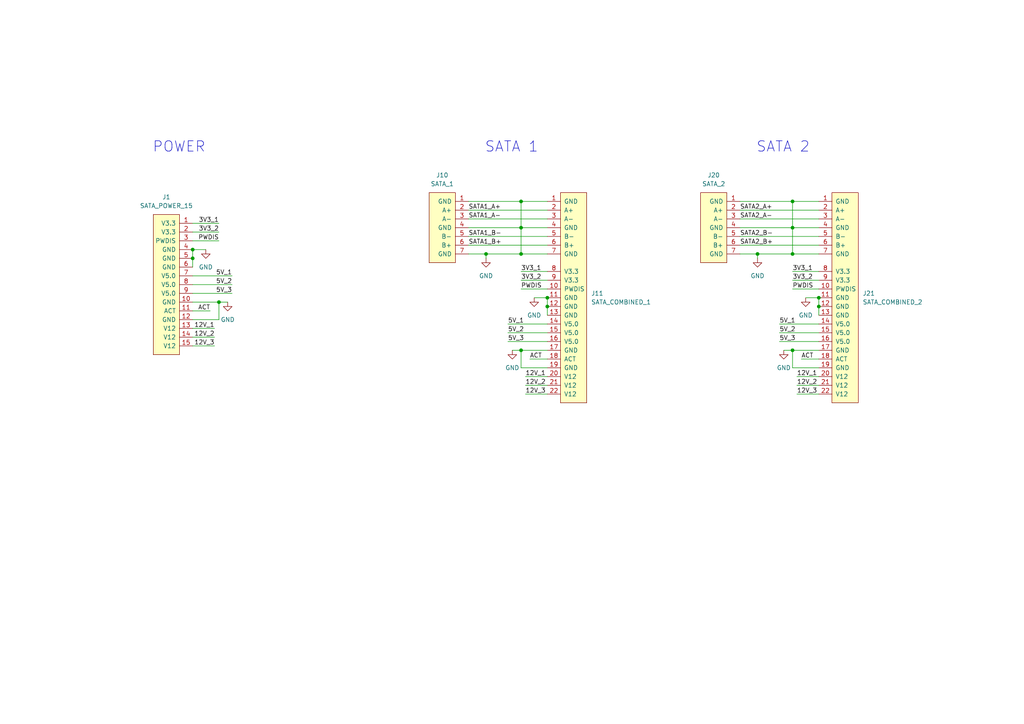
<source format=kicad_sch>
(kicad_sch (version 20211123) (generator eeschema)
  (paper "A4")
  (title_block (title "SATA Backplane") (rev "1.0") (company "Alex") (comment 1 "GPL v3"))
  (lib_symbols
    (symbol "SATA:SATA_COMBINED_22" (pin_names (offset 1.016))
      (property "Reference" "J" (at 0 -31.75 0))
      (property "Value" "SATA_COMBINED_22" (at 0 31.75 0))
      (symbol "SATA_COMBINED_22_0_1"
        (rectangle (start 3.81 30.48) (end -3.81 -30.48) (fill (type background)))
      )
      (symbol "SATA_COMBINED_22_1_1"
        (pin power_out line (at -7.62 27.94 0) (length 3.81) (name "GND") (number "1"))
        (pin power_out line (at -7.62 2.54 0) (length 3.81) (name "PWDIS") (number "10"))
        (pin power_out line (at -7.62 0 0) (length 3.81) (name "GND") (number "11"))
        (pin power_out line (at -7.62 -2.54 0) (length 3.81) (name "GND") (number "12"))
        (pin power_out line (at -7.62 -5.08 0) (length 3.81) (name "GND") (number "13"))
        (pin power_out line (at -7.62 -7.62 0) (length 3.81) (name "V5.0") (number "14"))
        (pin power_out line (at -7.62 -10.16 0) (length 3.81) (name "V5.0") (number "15"))
        (pin power_out line (at -7.62 -12.7 0) (length 3.81) (name "V5.0") (number "16"))
        (pin power_out line (at -7.62 -15.24 0) (length 3.81) (name "GND") (number "17"))
        (pin open_collector line (at -7.62 -17.78 0) (length 3.81) (name "ACT") (number "18"))
        (pin power_out line (at -7.62 -20.32 0) (length 3.81) (name "GND") (number "19"))
        (pin output line (at -7.62 25.4 0) (length 3.81) (name "A+") (number "2"))
        (pin power_out line (at -7.62 -22.86 0) (length 3.81) (name "V12") (number "20"))
        (pin power_out line (at -7.62 -25.4 0) (length 3.81) (name "V12") (number "21"))
        (pin power_out line (at -7.62 -27.94 0) (length 3.81) (name "V12") (number "22"))
        (pin output line (at -7.62 22.86 0) (length 3.81) (name "A-") (number "3"))
        (pin power_out line (at -7.62 20.32 0) (length 3.81) (name "GND") (number "4"))
        (pin input line (at -7.62 17.78 0) (length 3.81) (name "B-") (number "5"))
        (pin input line (at -7.62 15.24 0) (length 3.81) (name "B+") (number "6"))
        (pin power_out line (at -7.62 12.7 0) (length 3.81) (name "GND") (number "7"))
        (pin power_out line (at -7.62 7.62 0) (length 3.81) (name "V3.3") (number "8"))
        (pin power_out line (at -7.62 5.08 0) (length 3.81) (name "V3.3") (number "9"))
      )
    )
    (symbol "SATA:SATA_DATA_7" (pin_names (offset 1.016))
      (property "Reference" "J" (at 0 -11.43 0))
      (property "Value" "SATA_DATA_7" (at 0 11.43 0))
      (symbol "SATA_DATA_7_0_1"
        (rectangle (start 3.81 10.16) (end -3.81 -10.16) (fill (type background)))
      )
      (symbol "SATA_DATA_7_1_1"
        (pin power_out line (at -7.62 7.62 0) (length 3.81) (name "GND") (number "1"))
        (pin output line (at -7.62 5.08 0) (length 3.81) (name "A+") (number "2"))
        (pin output line (at -7.62 2.54 0) (length 3.81) (name "A-") (number "3"))
        (pin power_out line (at -7.62 0 0) (length 3.81) (name "GND") (number "4"))
        (pin input line (at -7.62 -2.54 0) (length 3.81) (name "B-") (number "5"))
        (pin input line (at -7.62 -5.08 0) (length 3.81) (name "B+") (number "6"))
        (pin power_out line (at -7.62 -7.62 0) (length 3.81) (name "GND") (number "7"))
      )
    )
    (symbol "SATA:SATA_POWER_15" (pin_names (offset 1.016))
      (property "Reference" "J" (at 0 -31.75 0))
      (property "Value" "SATA_POWER_15" (at 0 11.43 0))
      (symbol "SATA_POWER_15_0_1"
        (rectangle (start 3.81 10.16) (end -3.81 -30.48) (fill (type background)))
      )
      (symbol "SATA_POWER_15_1_1"
        (pin power_out line (at -7.62 7.62 0) (length 3.81) (name "V3.3") (number "1"))
        (pin power_out line (at -7.62 -15.24 0) (length 3.81) (name "GND") (number "10"))
        (pin open_collector line (at -7.62 -17.78 0) (length 3.81) (name "ACT") (number "11"))
        (pin power_out line (at -7.62 -20.32 0) (length 3.81) (name "GND") (number "12"))
        (pin power_out line (at -7.62 -22.86 0) (length 3.81) (name "V12") (number "13"))
        (pin power_out line (at -7.62 -25.4 0) (length 3.81) (name "V12") (number "14"))
        (pin power_out line (at -7.62 -27.94 0) (length 3.81) (name "V12") (number "15"))
        (pin power_out line (at -7.62 5.08 0) (length 3.81) (name "V3.3") (number "2"))
        (pin power_out line (at -7.62 2.54 0) (length 3.81) (name "PWDIS") (number "3"))
        (pin power_out line (at -7.62 0 0) (length 3.81) (name "GND") (number "4"))
        (pin power_out line (at -7.62 -2.54 0) (length 3.81) (name "GND") (number "5"))
        (pin power_out line (at -7.62 -5.08 0) (length 3.81) (name "GND") (number "6"))
        (pin power_out line (at -7.62 -7.62 0) (length 3.81) (name "V5.0") (number "7"))
        (pin power_out line (at -7.62 -10.16 0) (length 3.81) (name "V5.0") (number "8"))
        (pin power_out line (at -7.62 -12.7 0) (length 3.81) (name "V5.0") (number "9"))
      )
    )
    (symbol "power:GND" (power) (pin_names (offset 0))
      (property "Value" "GND" (at 0 -3.81 0))
      (symbol "GND_0_1"
        (polyline (pts (xy 0 0) (xy 0 -1.27) (xy 1.27 -1.27) (xy 0 -2.54) (xy -1.27 -1.27) (xy 0 -1.27)))
      )
      (symbol "GND_1_1"
        (pin power_in line (at 0 0 270) (length 0) hide (name "GND") (number "1"))
      )
    )
  )
  (junction (at 151.13 66.04))
  (junction (at 151.13 73.66))
  (junction (at 229.87 66.04))
  (junction (at 237.49 86.36))
  (junction (at 55.88 74.93))
  (junction (at 229.87 101.6))
  (junction (at 229.87 58.42))
  (junction (at 229.87 73.66))
  (junction (at 140.97 73.66))
  (junction (at 237.49 88.9))
  (junction (at 151.13 58.42))
  (junction (at 63.5 87.63))
  (junction (at 55.88 72.39))
  (junction (at 158.75 88.9))
  (junction (at 219.71 73.66))
  (junction (at 151.13 101.6))
  (junction (at 158.75 86.36))
  (wire (pts (xy 135.89 63.5) (xy 158.75 63.5)))
  (wire (pts (xy 158.75 88.9) (xy 158.75 91.44)))
  (wire (pts (xy 63.5 87.63) (xy 63.5 92.71)))
  (wire (pts (xy 214.63 66.04) (xy 229.87 66.04)))
  (wire (pts (xy 214.63 63.5) (xy 237.49 63.5)))
  (wire (pts (xy 237.49 88.9) (xy 237.49 91.44)))
  (wire (pts (xy 55.88 97.79) (xy 62.23 97.79)))
  (wire (pts (xy 237.49 83.82) (xy 229.87 83.82)))
  (wire (pts (xy 214.63 68.58) (xy 237.49 68.58)))
  (wire (pts (xy 55.88 69.85) (xy 63.5 69.85)))
  (wire (pts (xy 229.87 66.04) (xy 229.87 73.66)))
  (wire (pts (xy 151.13 58.42) (xy 158.75 58.42)))
  (wire (pts (xy 151.13 66.04) (xy 151.13 73.66)))
  (wire (pts (xy 158.75 81.28) (xy 151.13 81.28)))
  (wire (pts (xy 214.63 58.42) (xy 229.87 58.42)))
  (wire (pts (xy 151.13 106.68) (xy 158.75 106.68)))
  (wire (pts (xy 151.13 66.04) (xy 158.75 66.04)))
  (wire (pts (xy 237.49 93.98) (xy 226.06 93.98)))
  (wire (pts (xy 158.75 109.22) (xy 152.4 109.22)))
  (wire (pts (xy 237.49 96.52) (xy 226.06 96.52)))
  (wire (pts (xy 237.49 104.14) (xy 232.41 104.14)))
  (wire (pts (xy 63.5 92.71) (xy 55.88 92.71)))
  (wire (pts (xy 151.13 101.6) (xy 148.59 101.6)))
  (wire (pts (xy 135.89 71.12) (xy 158.75 71.12)))
  (wire (pts (xy 135.89 60.96) (xy 158.75 60.96)))
  (wire (pts (xy 55.88 64.77) (xy 63.5 64.77)))
  (wire (pts (xy 237.49 81.28) (xy 229.87 81.28)))
  (wire (pts (xy 55.88 74.93) (xy 55.88 77.47)))
  (wire (pts (xy 135.89 58.42) (xy 151.13 58.42)))
  (wire (pts (xy 237.49 111.76) (xy 231.14 111.76)))
  (wire (pts (xy 55.88 72.39) (xy 59.69 72.39)))
  (wire (pts (xy 55.88 82.55) (xy 67.31 82.55)))
  (wire (pts (xy 158.75 114.3) (xy 152.4 114.3)))
  (wire (pts (xy 63.5 87.63) (xy 66.04 87.63)))
  (wire (pts (xy 237.49 101.6) (xy 229.87 101.6)))
  (wire (pts (xy 55.88 85.09) (xy 67.31 85.09)))
  (wire (pts (xy 237.49 99.06) (xy 226.06 99.06)))
  (wire (pts (xy 229.87 101.6) (xy 229.87 106.68)))
  (wire (pts (xy 151.13 58.42) (xy 151.13 66.04)))
  (wire (pts (xy 55.88 90.17) (xy 60.96 90.17)))
  (wire (pts (xy 55.88 80.01) (xy 67.31 80.01)))
  (wire (pts (xy 237.49 78.74) (xy 229.87 78.74)))
  (wire (pts (xy 229.87 58.42) (xy 237.49 58.42)))
  (wire (pts (xy 214.63 60.96) (xy 237.49 60.96)))
  (wire (pts (xy 237.49 86.36) (xy 233.68 86.36)))
  (wire (pts (xy 158.75 104.14) (xy 153.67 104.14)))
  (wire (pts (xy 140.97 73.66) (xy 151.13 73.66)))
  (wire (pts (xy 140.97 73.66) (xy 140.97 74.93)))
  (wire (pts (xy 158.75 86.36) (xy 154.94 86.36)))
  (wire (pts (xy 219.71 73.66) (xy 219.71 74.93)))
  (wire (pts (xy 229.87 73.66) (xy 237.49 73.66)))
  (wire (pts (xy 151.13 73.66) (xy 158.75 73.66)))
  (wire (pts (xy 229.87 58.42) (xy 229.87 66.04)))
  (wire (pts (xy 229.87 101.6) (xy 227.33 101.6)))
  (wire (pts (xy 214.63 71.12) (xy 237.49 71.12)))
  (wire (pts (xy 229.87 106.68) (xy 237.49 106.68)))
  (wire (pts (xy 237.49 86.36) (xy 237.49 88.9)))
  (wire (pts (xy 158.75 93.98) (xy 147.32 93.98)))
  (wire (pts (xy 55.88 95.25) (xy 62.23 95.25)))
  (wire (pts (xy 55.88 67.31) (xy 63.5 67.31)))
  (wire (pts (xy 55.88 72.39) (xy 55.88 74.93)))
  (wire (pts (xy 158.75 86.36) (xy 158.75 88.9)))
  (wire (pts (xy 158.75 96.52) (xy 147.32 96.52)))
  (wire (pts (xy 219.71 73.66) (xy 229.87 73.66)))
  (wire (pts (xy 237.49 114.3) (xy 231.14 114.3)))
  (wire (pts (xy 151.13 101.6) (xy 151.13 106.68)))
  (wire (pts (xy 237.49 109.22) (xy 231.14 109.22)))
  (wire (pts (xy 135.89 68.58) (xy 158.75 68.58)))
  (wire (pts (xy 135.89 66.04) (xy 151.13 66.04)))
  (wire (pts (xy 55.88 87.63) (xy 63.5 87.63)))
  (wire (pts (xy 135.89 73.66) (xy 140.97 73.66)))
  (wire (pts (xy 158.75 101.6) (xy 151.13 101.6)))
  (wire (pts (xy 229.87 66.04) (xy 237.49 66.04)))
  (wire (pts (xy 158.75 78.74) (xy 151.13 78.74)))
  (wire (pts (xy 214.63 73.66) (xy 219.71 73.66)))
  (wire (pts (xy 158.75 83.82) (xy 151.13 83.82)))
  (wire (pts (xy 158.75 111.76) (xy 152.4 111.76)))
  (wire (pts (xy 55.88 100.33) (xy 62.23 100.33)))
  (wire (pts (xy 158.75 99.06) (xy 147.32 99.06)))
  (text "SATA 1" (at 156.21 44.45 180) (effects (font (size 3 3)) (justify right bottom)))
  (text "SATA 2" (at 234.95 44.45 180) (effects (font (size 3 3)) (justify right bottom)))
  (text "POWER" (at 59.69 44.45 180) (effects (font (size 3 3)) (justify right bottom)))
  (label "SATA2_B+" (at 214.63 71.12 0))
  (label "5V_3" (at 226.06 99.06 0))
  (label "12V_3" (at 231.14 114.3 0))
  (label "SATA2_A-" (at 214.63 63.5 0))
  (label "3V3_2" (at 151.13 81.28 0))
  (label "12V_2" (at 152.4 111.76 0))
  (label "5V_2" (at 67.31 82.55 180))
  (label "12V_1" (at 231.14 109.22 0))
  (label "PWDIS" (at 229.87 83.82 0))
  (label "SATA1_A+" (at 135.89 60.96 0))
  (label "3V3_1" (at 63.5 64.77 180))
  (label "3V3_2" (at 63.5 67.31 180))
  (label "ACT" (at 153.67 104.14 0))
  (label "5V_3" (at 67.31 85.09 180))
  (label "PWDIS" (at 63.5 69.85 180))
  (label "5V_1" (at 67.31 80.01 180))
  (label "5V_3" (at 147.32 99.06 0))
  (label "5V_1" (at 147.32 93.98 0))
  (label "3V3_1" (at 229.87 78.74 0))
  (label "12V_3" (at 62.23 100.33 180))
  (label "12V_3" (at 152.4 114.3 0))
  (label "5V_2" (at 147.32 96.52 0))
  (label "PWDIS" (at 151.13 83.82 0))
  (label "SATA2_A+" (at 214.63 60.96 0))
  (label "ACT" (at 60.96 90.17 180))
  (label "SATA1_B-" (at 135.89 68.58 0))
  (label "SATA1_B+" (at 135.89 71.12 0))
  (label "12V_2" (at 62.23 97.79 180))
  (label "3V3_1" (at 151.13 78.74 0))
  (label "12V_2" (at 231.14 111.76 0))
  (label "12V_1" (at 152.4 109.22 0))
  (label "SATA1_A-" (at 135.89 63.5 0))
  (label "ACT" (at 232.41 104.14 0))
  (label "5V_2" (at 226.06 96.52 0))
  (label "SATA2_B-" (at 214.63 68.58 0))
  (label "12V_1" (at 62.23 95.25 180))
  (label "3V3_2" (at 229.87 81.28 0))
  (label "5V_1" (at 226.06 93.98 0))
  (symbol (lib_id "SATA:SATA_DATA_7") (at 128.27 66.04 0) (mirror y) (unit 1)
    (property "Reference" "J10" (at 128.27 50.8 0))
    (property "Value" "SATA_1" (at 128.27 53.34 0))
    (property "Footprint" "sata:SATA_Data" (effects hide))
  )
  (symbol (lib_id "power:GND") (at 154.94 86.36 0) (mirror y) (unit 1)
    (property "Reference" "#PWR0106" (effects hide))
    (property "Value" "GND" (at 154.94 91.44 0))
  )
  (symbol (lib_id "power:GND") (at 59.69 72.39 0) (unit 1)
    (property "Reference" "#PWR0105" (effects hide))
    (property "Value" "GND" (at 59.69 77.47 0))
  )
  (symbol (lib_id "power:GND") (at 66.04 87.63 0) (unit 1)
    (property "Reference" "#PWR0104" (effects hide))
    (property "Value" "GND" (at 66.04 92.71 0))
  )
  (symbol (lib_id "power:GND") (at 140.97 74.93 0) (unit 1)
    (property "Reference" "#PWR0101" (effects hide))
    (property "Value" "GND" (at 140.97 80.01 0))
  )
  (symbol (lib_id "SATA:SATA_DATA_7") (at 207.01 66.04 0) (mirror y) (unit 1)
    (property "Reference" "J20" (at 207.01 50.8 0))
    (property "Value" "SATA_2" (at 207.01 53.34 0))
    (property "Footprint" "sata:SATA_Data" (effects hide))
  )
  (symbol (lib_id "SATA:SATA_COMBINED_22") (at 245.11 86.36 0) (unit 1)
    (property "Reference" "J21" (at 250.19 85.0899 0) (effects (justify left)))
    (property "Value" "SATA_COMBINED_2" (at 250.19 87.6299 0) (effects (justify left)))
    (property "Footprint" "sata:SATA_Combined" (effects hide))
  )
  (symbol (lib_id "SATA:SATA_POWER_15") (at 48.26 72.39 0) (mirror y) (unit 1)
    (property "Reference" "J1" (at 48.26 57.15 0))
    (property "Value" "SATA_POWER_15" (at 48.26 59.69 0))
    (property "Footprint" "sata:SATA_Power" (effects hide))
  )
  (symbol (lib_id "power:GND") (at 219.71 74.93 0) (unit 1)
    (property "Reference" "#PWR0108" (effects hide))
    (property "Value" "GND" (at 219.71 80.01 0))
  )
  (symbol (lib_id "SATA:SATA_COMBINED_22") (at 166.37 86.36 0) (unit 1)
    (property "Reference" "J11" (at 171.45 85.0899 0) (effects (justify left)))
    (property "Value" "SATA_COMBINED_1" (at 171.45 87.6299 0) (effects (justify left)))
    (property "Footprint" "sata:SATA_Combined" (effects hide))
  )
  (symbol (lib_id "power:GND") (at 148.59 101.6 0) (mirror y) (unit 1)
    (property "Reference" "#PWR0107" (effects hide))
    (property "Value" "GND" (at 148.59 106.68 0))
  )
  (symbol (lib_id "power:GND") (at 233.68 86.36 0) (mirror y) (unit 1)
    (property "Reference" "#PWR0103" (effects hide))
    (property "Value" "GND" (at 233.68 91.44 0))
  )
  (symbol (lib_id "power:GND") (at 227.33 101.6 0) (mirror y) (unit 1)
    (property "Reference" "#PWR0102" (effects hide))
    (property "Value" "GND" (at 227.33 106.68 0))
  )
)
</source>
